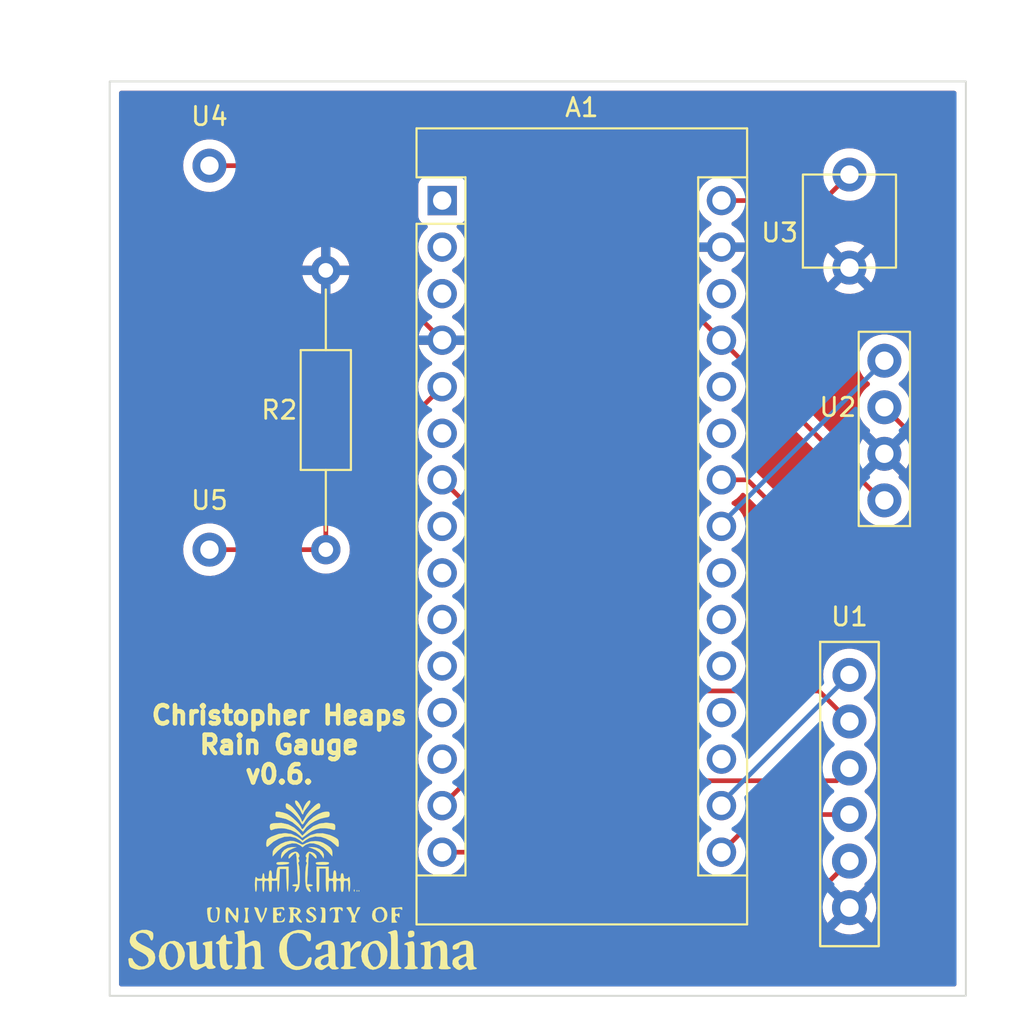
<source format=kicad_pcb>
(kicad_pcb (version 20211014) (generator pcbnew)
  (layers (0 "F.Cu" signal) (31 "B.Cu" signal) (34 "B.Paste" user) (35 "F.Paste" user) (36 "B.SilkS" user "B.Silkscreen") (37 "F.SilkS" user "F.Silkscreen") (38 "B.Mask" user) (39 "F.Mask" user) (44 "Edge.Cuts" user))
  (net 0 "")
  (net 4 "GND")
  (net 5 "Net-(A1-Pad5)")
  (net 7 "Net-(A1-Pad7)")
  (net 14 "Net-(A1-Pad14)")
  (net 15 "Net-(A1-Pad15)")
  (net 16 "Net-(A1-Pad16)")
  (net 17 "+3V3")
  (net 23 "Net-(A1-Pad23)")
  (net 24 "Net-(A1-Pad24)")
  (net 27 "+5V")
  (net 29 "+BATT")
  (footprint "Rain Gauge:Electrode" (layer "F.Cu") (at 123.19 75.08)
    (fp_text reference "U4" (at 0 -2.69 unlocked) (layer "F.SilkS"))
    (fp_text value "Electrode")
    (pad "1" thru_hole circle (at 0 0) (size 1.85 1.85) (drill 1) (layers *.Cu *.Mask) (net 27 "+5V"))
  )
  (footprint "Module:Arduino_Nano" (layer "F.Cu") (at 135.89 76.985)
    (fp_text reference "A1" (at 7.62 -5.08) (layer "F.SilkS"))
    (fp_text value "Arduino_Nano_Every")
    (pad "1" thru_hole rect (at 0 0) (size 1.6 1.6) (drill 1) (layers *.Cu *.Mask))
    (pad "2" thru_hole oval (at 0 2.54) (size 1.6 1.6) (drill 1) (layers *.Cu *.Mask))
    (pad "3" thru_hole oval (at 0 5.08) (size 1.6 1.6) (drill 1) (layers *.Cu *.Mask))
    (pad "4" thru_hole oval (at 0 7.62) (size 1.6 1.6) (drill 1) (layers *.Cu *.Mask) (net 4 "GND"))
    (pad "5" thru_hole oval (at 0 10.16) (size 1.6 1.6) (drill 1) (layers *.Cu *.Mask) (net 5 "Net-(A1-Pad5)"))
    (pad "6" thru_hole oval (at 0 12.7) (size 1.6 1.6) (drill 1) (layers *.Cu *.Mask))
    (pad "7" thru_hole oval (at 0 15.24) (size 1.6 1.6) (drill 1) (layers *.Cu *.Mask) (net 7 "Net-(A1-Pad7)"))
    (pad "8" thru_hole oval (at 0 17.78) (size 1.6 1.6) (drill 1) (layers *.Cu *.Mask))
    (pad "9" thru_hole oval (at 0 20.32) (size 1.6 1.6) (drill 1) (layers *.Cu *.Mask))
    (pad "10" thru_hole oval (at 0 22.86) (size 1.6 1.6) (drill 1) (layers *.Cu *.Mask))
    (pad "11" thru_hole oval (at 0 25.4) (size 1.6 1.6) (drill 1) (layers *.Cu *.Mask))
    (pad "12" thru_hole oval (at 0 27.94) (size 1.6 1.6) (drill 1) (layers *.Cu *.Mask))
    (pad "13" thru_hole oval (at 0 30.48) (size 1.6 1.6) (drill 1) (layers *.Cu *.Mask))
    (pad "14" thru_hole oval (at 0 33.02) (size 1.6 1.6) (drill 1) (layers *.Cu *.Mask) (net 14 "Net-(A1-Pad14)"))
    (pad "15" thru_hole oval (at 0 35.56) (size 1.6 1.6) (drill 1) (layers *.Cu *.Mask) (net 15 "Net-(A1-Pad15)"))
    (pad "16" thru_hole oval (at 15.24 35.56) (size 1.6 1.6) (drill 1) (layers *.Cu *.Mask) (net 16 "Net-(A1-Pad16)"))
    (pad "17" thru_hole oval (at 15.24 33.02) (size 1.6 1.6) (drill 1) (layers *.Cu *.Mask) (net 17 "+3V3"))
    (pad "18" thru_hole oval (at 15.24 30.48) (size 1.6 1.6) (drill 1) (layers *.Cu *.Mask))
    (pad "19" thru_hole oval (at 15.24 27.94) (size 1.6 1.6) (drill 1) (layers *.Cu *.Mask))
    (pad "20" thru_hole oval (at 15.24 25.4) (size 1.6 1.6) (drill 1) (layers *.Cu *.Mask))
    (pad "21" thru_hole oval (at 15.24 22.86) (size 1.6 1.6) (drill 1) (layers *.Cu *.Mask))
    (pad "22" thru_hole oval (at 15.24 20.32) (size 1.6 1.6) (drill 1) (layers *.Cu *.Mask))
    (pad "23" thru_hole oval (at 15.24 17.78) (size 1.6 1.6) (drill 1) (layers *.Cu *.Mask) (net 23 "Net-(A1-Pad23)"))
    (pad "24" thru_hole oval (at 15.24 15.24) (size 1.6 1.6) (drill 1) (layers *.Cu *.Mask) (net 24 "Net-(A1-Pad24)"))
    (pad "25" thru_hole oval (at 15.24 12.7) (size 1.6 1.6) (drill 1) (layers *.Cu *.Mask))
    (pad "26" thru_hole oval (at 15.24 10.16) (size 1.6 1.6) (drill 1) (layers *.Cu *.Mask))
    (pad "27" thru_hole oval (at 15.24 7.62) (size 1.6 1.6) (drill 1) (layers *.Cu *.Mask) (net 27 "+5V"))
    (pad "28" thru_hole oval (at 15.24 5.08) (size 1.6 1.6) (drill 1) (layers *.Cu *.Mask))
    (pad "29" thru_hole oval (at 15.24 2.54) (size 1.6 1.6) (drill 1) (layers *.Cu *.Mask) (net 4 "GND"))
    (pad "30" thru_hole oval (at 15.24 0) (size 1.6 1.6) (drill 1) (layers *.Cu *.Mask) (net 29 "+BATT"))
  )
  (footprint "ARTS-Lab:uofsc_logo_0_75in" (layer "F.Cu") (at 128.27 114.3)
    (fp_text reference "G***" hide)
    (fp_text value "LOGO" hide)
  )
  (footprint "Rain Gauge:Lipo" (layer "F.Cu") (at 158.115 78.105 90)
    (fp_text reference "U3" (at -0.635 -3.81 unlocked) (layer "F.SilkS"))
    (fp_text value "Lipo")
    (pad "1" thru_hole circle (at -2.54 0 90) (size 1.85 1.85) (drill 1) (layers *.Cu *.Mask) (net 4 "GND"))
    (pad "2" thru_hole circle (at 2.54 0 90) (size 1.85 1.85) (drill 1) (layers *.Cu *.Mask) (net 29 "+BATT"))
  )
  (footprint "Rain Gauge:Electrode" (layer "F.Cu") (at 123.19 96.035)
    (fp_text reference "U5" (at 0 -2.69 unlocked) (layer "F.SilkS"))
    (fp_text value "Electrode")
    (pad "1" thru_hole circle (at 0 0) (size 1.85 1.85) (drill 1) (layers *.Cu *.Mask) (net 5 "Net-(A1-Pad5)"))
  )
  (footprint "Rain Gauge:BME280" (layer "F.Cu") (at 160.02 93.345 90)
    (fp_text reference "U2" (at 5.08 -2.54 unlocked) (layer "F.SilkS"))
    (fp_text value "BME280")
    (pad "1" thru_hole circle (at 0 0 90) (size 1.85 1.85) (drill 1) (layers *.Cu *.Mask) (net 27 "+5V"))
    (pad "2" thru_hole circle (at 2.54 0 90) (size 1.85 1.85) (drill 1) (layers *.Cu *.Mask) (net 4 "GND"))
    (pad "3" thru_hole circle (at 5.08 0 180) (size 1.85 1.85) (drill 1) (layers *.Cu *.Mask) (net 24 "Net-(A1-Pad24)"))
    (pad "4" thru_hole circle (at 7.62 0 90) (size 1.85 1.85) (drill 1) (layers *.Cu *.Mask) (net 23 "Net-(A1-Pad23)"))
  )
  (footprint "Resistor_THT:R_Axial_DIN0207_L6.3mm_D2.5mm_P15.24mm_Horizontal" (layer "F.Cu") (at 129.54 96.035 90)
    (fp_text reference "R2" (at 7.62 -2.54 180) (layer "F.SilkS"))
    (fp_text value "3M")
    (pad "1" thru_hole circle (at 0 0 90) (size 1.6 1.6) (drill 0.8) (layers *.Cu *.Mask) (net 5 "Net-(A1-Pad5)"))
    (pad "2" thru_hole oval (at 15.24 0 90) (size 1.6 1.6) (drill 0.8) (layers *.Cu *.Mask) (net 4 "GND"))
  )
  (footprint "Rain Gauge:3.3v SD Adapter" (layer "F.Cu") (at 158.115 102.87 -90)
    (fp_text reference "U1" (at -3.175 0 unlocked) (layer "F.SilkS"))
    (fp_text value "SD_Adapter")
    (pad "1" thru_hole circle (at 0 0 270) (size 1.85 1.85) (drill 1) (layers *.Cu *.Mask) (net 17 "+3V3"))
    (pad "2" thru_hole circle (at 2.54 0 270) (size 1.85 1.85) (drill 1) (layers *.Cu *.Mask) (net 7 "Net-(A1-Pad7)"))
    (pad "3" thru_hole circle (at 5.08 0 270) (size 1.905 1.905) (drill 1) (layers *.Cu *.Mask) (net 14 "Net-(A1-Pad14)"))
    (pad "4" thru_hole circle (at 7.62 0 270) (size 1.905 1.905) (drill 1) (layers *.Cu *.Mask) (net 16 "Net-(A1-Pad16)"))
    (pad "5" thru_hole circle (at 10.16 0 270) (size 1.905 1.905) (drill 1) (layers *.Cu *.Mask) (net 15 "Net-(A1-Pad15)"))
    (pad "6" thru_hole circle (at 12.7 0 270) (size 1.905 1.905) (drill 1) (layers *.Cu *.Mask) (net 4 "GND"))
  )
  (gr_rect (start 117.745 120.38) (end 164.465 70.485) (layer "Edge.Cuts") (width 0.1) (fill none))
  (gr_text "Christopher Heaps\nRain Gauge\nv0.6." (at 127 106.68) (layer "F.SilkS") (effects (font (size 1 1) (thickness 0.25))))
  (segment (start 132.08 80.795) (end 135.89 84.605) (width 0.254) (layer "F.Cu") (net 4))
  (segment (start 129.54 80.795) (end 132.08 80.795) (width 0.254) (layer "F.Cu") (net 4))
  (segment (start 123.19 96.035) (end 129.54 96.035) (width 0.254) (layer "F.Cu") (net 5))
  (segment (start 129.54 93.495) (end 135.89 87.145) (width 0.254) (layer "F.Cu") (net 5))
  (segment (start 129.54 96.035) (end 129.54 93.495) (width 0.254) (layer "F.Cu") (net 5))
  (segment (start 158.115 105.41) (end 156.449489 103.744489) (width 0.254) (layer "F.Cu") (net 7))
  (segment (start 147.409489 103.744489) (end 135.89 92.225) (width 0.254) (layer "F.Cu") (net 7))
  (segment (start 156.449489 103.744489) (end 147.409489 103.744489) (width 0.254) (layer "F.Cu") (net 7))
  (segment (start 157.419489 108.645511) (end 137.249489 108.645511) (width 0.254) (layer "F.Cu") (net 14))
  (segment (start 137.249489 108.645511) (end 135.89 110.005) (width 0.254) (layer "F.Cu") (net 14))
  (segment (start 158.115 107.95) (end 157.419489 108.645511) (width 0.254) (layer "F.Cu") (net 14))
  (segment (start 155.575 115.57) (end 140.335 115.57) (width 0.254) (layer "F.Cu") (net 15))
  (segment (start 140.335 115.57) (end 137.31 112.545) (width 0.254) (layer "F.Cu") (net 15))
  (segment (start 137.31 112.545) (end 135.89 112.545) (width 0.254) (layer "F.Cu") (net 15))
  (segment (start 158.115 113.03) (end 155.575 115.57) (width 0.254) (layer "F.Cu") (net 15))
  (segment (start 158.115 110.49) (end 153.185 110.49) (width 0.254) (layer "F.Cu") (net 16))
  (segment (start 153.185 110.49) (end 151.13 112.545) (width 0.254) (layer "F.Cu") (net 16))
  (segment (start 151.13 109.855) (end 151.13 110.005) (width 0.254) (layer "B.Cu") (net 17))
  (segment (start 158.115 102.87) (end 151.13 109.855) (width 0.254) (layer "B.Cu") (net 17))
  (segment (start 151.13 94.615) (end 151.13 94.765) (width 0.254) (layer "B.Cu") (net 23))
  (segment (start 160.02 85.725) (end 151.13 94.615) (width 0.254) (layer "B.Cu") (net 23))
  (segment (start 160.02 88.265) (end 163.195 91.44) (width 0.254) (layer "F.Cu") (net 24))
  (segment (start 152.55 92.225) (end 151.13 92.225) (width 0.254) (layer "F.Cu") (net 24))
  (segment (start 163.195 91.44) (end 163.195 97.155) (width 0.254) (layer "F.Cu") (net 24))
  (segment (start 162.56 97.79) (end 158.115 97.79) (width 0.254) (layer "F.Cu") (net 24))
  (segment (start 163.195 97.155) (end 162.56 97.79) (width 0.254) (layer "F.Cu") (net 24))
  (segment (start 158.115 97.79) (end 152.55 92.225) (width 0.254) (layer "F.Cu") (net 24))
  (segment (start 159.87 93.345) (end 160.02 93.345) (width 0.254) (layer "F.Cu") (net 27))
  (segment (start 151.13 84.605) (end 141.605 75.08) (width 0.254) (layer "F.Cu") (net 27))
  (segment (start 141.605 75.08) (end 123.19 75.08) (width 0.254) (layer "F.Cu") (net 27))
  (segment (start 151.13 84.605) (end 159.87 93.345) (width 0.254) (layer "F.Cu") (net 27))
  (segment (start 156.695 76.985) (end 151.13 76.985) (width 0.254) (layer "F.Cu") (net 29))
  (segment (start 158.115 75.565) (end 156.695 76.985) (width 0.254) (layer "F.Cu") (net 29))
  (zone (net 4) (net_name "GND") (layers F&B.Cu) (connect_pads (clearance 0.508)) (min_thickness 0.254) (fill yes (thermal_gap 0.508) (thermal_bridge_width 0.508))
    (polygon (pts (xy 167.64 121.92) (xy 111.76 121.92) (xy 111.76 66.04) (xy 167.64 66.04)))
  )
)
</source>
